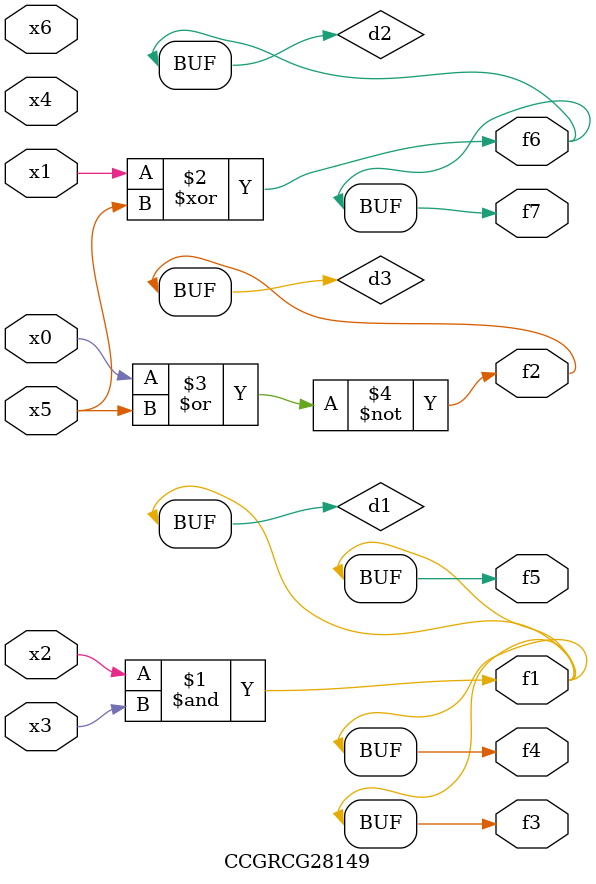
<source format=v>
module CCGRCG28149(
	input x0, x1, x2, x3, x4, x5, x6,
	output f1, f2, f3, f4, f5, f6, f7
);

	wire d1, d2, d3;

	and (d1, x2, x3);
	xor (d2, x1, x5);
	nor (d3, x0, x5);
	assign f1 = d1;
	assign f2 = d3;
	assign f3 = d1;
	assign f4 = d1;
	assign f5 = d1;
	assign f6 = d2;
	assign f7 = d2;
endmodule

</source>
